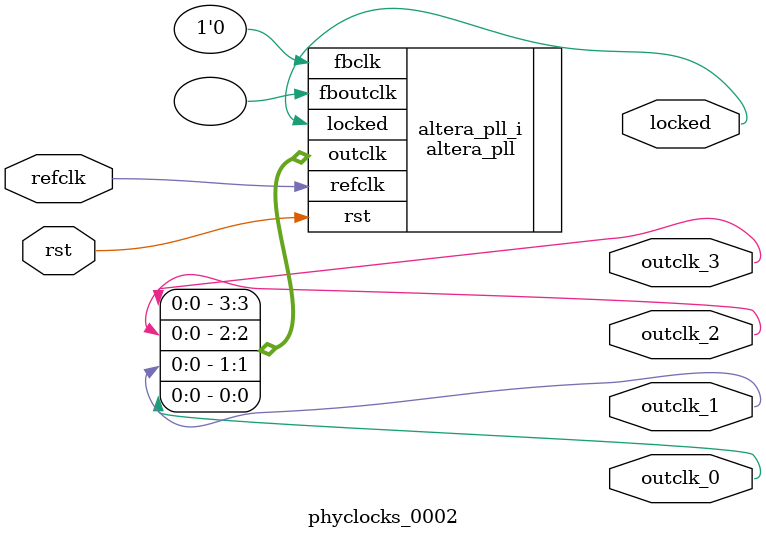
<source format=v>
`timescale 1ns/10ps
module  phyclocks_0002(

	// interface 'refclk'
	input wire refclk,

	// interface 'reset'
	input wire rst,

	// interface 'outclk0'
	output wire outclk_0,

	// interface 'outclk1'
	output wire outclk_1,

	// interface 'outclk2'
	output wire outclk_2,

	// interface 'outclk3'
	output wire outclk_3,

	// interface 'locked'
	output wire locked
);

	altera_pll #(
		.fractional_vco_multiplier("false"),
		.reference_clock_frequency("50.0 MHz"),
		.operation_mode("direct"),
		.number_of_clocks(4),
		.output_clock_frequency0("125.000000 MHz"),
		.phase_shift0("0 ps"),
		.duty_cycle0(50),
		.output_clock_frequency1("125.000000 MHz"),
		.phase_shift1("2000 ps"),
		.duty_cycle1(50),
		.output_clock_frequency2("12.500000 MHz"),
		.phase_shift2("0 ps"),
		.duty_cycle2(50),
		.output_clock_frequency3("2.500000 MHz"),
		.phase_shift3("0 ps"),
		.duty_cycle3(50),
		.output_clock_frequency4("0 MHz"),
		.phase_shift4("0 ps"),
		.duty_cycle4(50),
		.output_clock_frequency5("0 MHz"),
		.phase_shift5("0 ps"),
		.duty_cycle5(50),
		.output_clock_frequency6("0 MHz"),
		.phase_shift6("0 ps"),
		.duty_cycle6(50),
		.output_clock_frequency7("0 MHz"),
		.phase_shift7("0 ps"),
		.duty_cycle7(50),
		.output_clock_frequency8("0 MHz"),
		.phase_shift8("0 ps"),
		.duty_cycle8(50),
		.output_clock_frequency9("0 MHz"),
		.phase_shift9("0 ps"),
		.duty_cycle9(50),
		.output_clock_frequency10("0 MHz"),
		.phase_shift10("0 ps"),
		.duty_cycle10(50),
		.output_clock_frequency11("0 MHz"),
		.phase_shift11("0 ps"),
		.duty_cycle11(50),
		.output_clock_frequency12("0 MHz"),
		.phase_shift12("0 ps"),
		.duty_cycle12(50),
		.output_clock_frequency13("0 MHz"),
		.phase_shift13("0 ps"),
		.duty_cycle13(50),
		.output_clock_frequency14("0 MHz"),
		.phase_shift14("0 ps"),
		.duty_cycle14(50),
		.output_clock_frequency15("0 MHz"),
		.phase_shift15("0 ps"),
		.duty_cycle15(50),
		.output_clock_frequency16("0 MHz"),
		.phase_shift16("0 ps"),
		.duty_cycle16(50),
		.output_clock_frequency17("0 MHz"),
		.phase_shift17("0 ps"),
		.duty_cycle17(50),
		.pll_type("General"),
		.pll_subtype("General")
	) altera_pll_i (
		.rst	(rst),
		.outclk	({outclk_3, outclk_2, outclk_1, outclk_0}),
		.locked	(locked),
		.fboutclk	( ),
		.fbclk	(1'b0),
		.refclk	(refclk)
	);
endmodule


</source>
